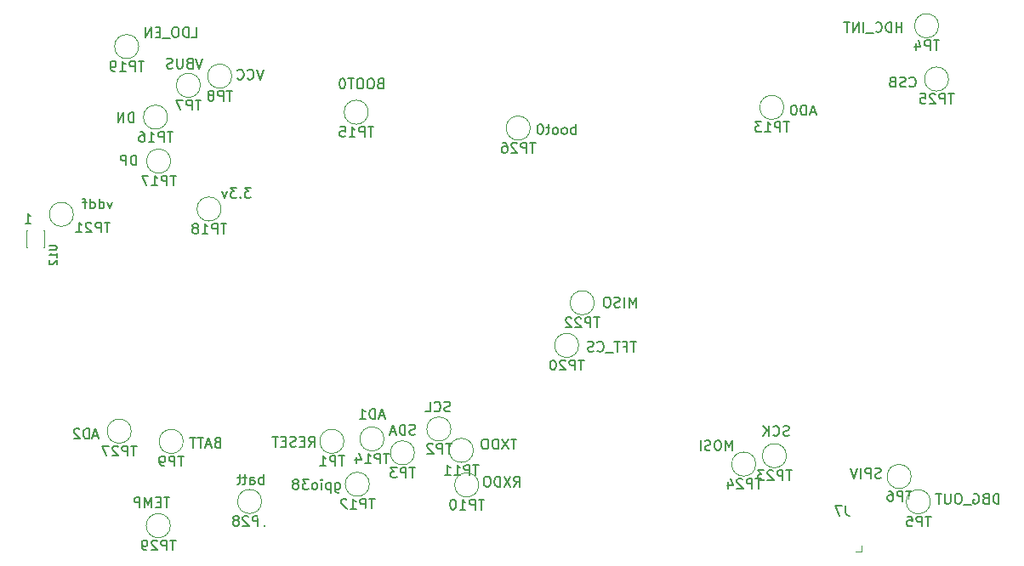
<source format=gbo>
%TF.GenerationSoftware,KiCad,Pcbnew,(5.1.10)-1*%
%TF.CreationDate,2021-07-15T23:48:19-07:00*%
%TF.ProjectId,esp32_sensor,65737033-325f-4736-956e-736f722e6b69,rev?*%
%TF.SameCoordinates,Original*%
%TF.FileFunction,Legend,Bot*%
%TF.FilePolarity,Positive*%
%FSLAX46Y46*%
G04 Gerber Fmt 4.6, Leading zero omitted, Abs format (unit mm)*
G04 Created by KiCad (PCBNEW (5.1.10)-1) date 2021-07-15 23:48:19*
%MOMM*%
%LPD*%
G01*
G04 APERTURE LIST*
%ADD10C,0.150000*%
%ADD11C,0.120000*%
%ADD12C,0.100000*%
%ADD13C,2.000000*%
%ADD14R,0.250000X1.050000*%
%ADD15R,0.250000X1.200000*%
%ADD16R,1.700000X1.700000*%
%ADD17O,1.700000X1.700000*%
%ADD18C,2.500000*%
%ADD19C,0.850000*%
%ADD20C,2.700000*%
%ADD21C,0.787400*%
%ADD22C,0.990600*%
%ADD23C,0.600000*%
%ADD24O,1.700000X0.900000*%
%ADD25O,2.000000X0.900000*%
G04 APERTURE END LIST*
D10*
X127321428Y-81402380D02*
X127321428Y-80402380D01*
X127083333Y-80402380D01*
X126940476Y-80450000D01*
X126845238Y-80545238D01*
X126797619Y-80640476D01*
X126750000Y-80830952D01*
X126750000Y-80973809D01*
X126797619Y-81164285D01*
X126845238Y-81259523D01*
X126940476Y-81354761D01*
X127083333Y-81402380D01*
X127321428Y-81402380D01*
X125988095Y-80878571D02*
X125845238Y-80926190D01*
X125797619Y-80973809D01*
X125750000Y-81069047D01*
X125750000Y-81211904D01*
X125797619Y-81307142D01*
X125845238Y-81354761D01*
X125940476Y-81402380D01*
X126321428Y-81402380D01*
X126321428Y-80402380D01*
X125988095Y-80402380D01*
X125892857Y-80450000D01*
X125845238Y-80497619D01*
X125797619Y-80592857D01*
X125797619Y-80688095D01*
X125845238Y-80783333D01*
X125892857Y-80830952D01*
X125988095Y-80878571D01*
X126321428Y-80878571D01*
X124797619Y-80450000D02*
X124892857Y-80402380D01*
X125035714Y-80402380D01*
X125178571Y-80450000D01*
X125273809Y-80545238D01*
X125321428Y-80640476D01*
X125369047Y-80830952D01*
X125369047Y-80973809D01*
X125321428Y-81164285D01*
X125273809Y-81259523D01*
X125178571Y-81354761D01*
X125035714Y-81402380D01*
X124940476Y-81402380D01*
X124797619Y-81354761D01*
X124750000Y-81307142D01*
X124750000Y-80973809D01*
X124940476Y-80973809D01*
X124559523Y-81497619D02*
X123797619Y-81497619D01*
X123369047Y-80402380D02*
X123178571Y-80402380D01*
X123083333Y-80450000D01*
X122988095Y-80545238D01*
X122940476Y-80735714D01*
X122940476Y-81069047D01*
X122988095Y-81259523D01*
X123083333Y-81354761D01*
X123178571Y-81402380D01*
X123369047Y-81402380D01*
X123464285Y-81354761D01*
X123559523Y-81259523D01*
X123607142Y-81069047D01*
X123607142Y-80735714D01*
X123559523Y-80545238D01*
X123464285Y-80450000D01*
X123369047Y-80402380D01*
X122511904Y-80402380D02*
X122511904Y-81211904D01*
X122464285Y-81307142D01*
X122416666Y-81354761D01*
X122321428Y-81402380D01*
X122130952Y-81402380D01*
X122035714Y-81354761D01*
X121988095Y-81307142D01*
X121940476Y-81211904D01*
X121940476Y-80402380D01*
X121607142Y-80402380D02*
X121035714Y-80402380D01*
X121321428Y-81402380D02*
X121321428Y-80402380D01*
X115562380Y-78804761D02*
X115419523Y-78852380D01*
X115181428Y-78852380D01*
X115086190Y-78804761D01*
X115038571Y-78757142D01*
X114990952Y-78661904D01*
X114990952Y-78566666D01*
X115038571Y-78471428D01*
X115086190Y-78423809D01*
X115181428Y-78376190D01*
X115371904Y-78328571D01*
X115467142Y-78280952D01*
X115514761Y-78233333D01*
X115562380Y-78138095D01*
X115562380Y-78042857D01*
X115514761Y-77947619D01*
X115467142Y-77900000D01*
X115371904Y-77852380D01*
X115133809Y-77852380D01*
X114990952Y-77900000D01*
X114562380Y-78852380D02*
X114562380Y-77852380D01*
X114181428Y-77852380D01*
X114086190Y-77900000D01*
X114038571Y-77947619D01*
X113990952Y-78042857D01*
X113990952Y-78185714D01*
X114038571Y-78280952D01*
X114086190Y-78328571D01*
X114181428Y-78376190D01*
X114562380Y-78376190D01*
X113562380Y-78852380D02*
X113562380Y-77852380D01*
X113229047Y-77852380D02*
X112895714Y-78852380D01*
X112562380Y-77852380D01*
X106425714Y-74594761D02*
X106282857Y-74642380D01*
X106044761Y-74642380D01*
X105949523Y-74594761D01*
X105901904Y-74547142D01*
X105854285Y-74451904D01*
X105854285Y-74356666D01*
X105901904Y-74261428D01*
X105949523Y-74213809D01*
X106044761Y-74166190D01*
X106235238Y-74118571D01*
X106330476Y-74070952D01*
X106378095Y-74023333D01*
X106425714Y-73928095D01*
X106425714Y-73832857D01*
X106378095Y-73737619D01*
X106330476Y-73690000D01*
X106235238Y-73642380D01*
X105997142Y-73642380D01*
X105854285Y-73690000D01*
X104854285Y-74547142D02*
X104901904Y-74594761D01*
X105044761Y-74642380D01*
X105140000Y-74642380D01*
X105282857Y-74594761D01*
X105378095Y-74499523D01*
X105425714Y-74404285D01*
X105473333Y-74213809D01*
X105473333Y-74070952D01*
X105425714Y-73880476D01*
X105378095Y-73785238D01*
X105282857Y-73690000D01*
X105140000Y-73642380D01*
X105044761Y-73642380D01*
X104901904Y-73690000D01*
X104854285Y-73737619D01*
X104425714Y-74642380D02*
X104425714Y-73642380D01*
X103854285Y-74642380D02*
X104282857Y-74070952D01*
X103854285Y-73642380D02*
X104425714Y-74213809D01*
X100761428Y-76082380D02*
X100761428Y-75082380D01*
X100428095Y-75796666D01*
X100094761Y-75082380D01*
X100094761Y-76082380D01*
X99428095Y-75082380D02*
X99237619Y-75082380D01*
X99142380Y-75130000D01*
X99047142Y-75225238D01*
X98999523Y-75415714D01*
X98999523Y-75749047D01*
X99047142Y-75939523D01*
X99142380Y-76034761D01*
X99237619Y-76082380D01*
X99428095Y-76082380D01*
X99523333Y-76034761D01*
X99618571Y-75939523D01*
X99666190Y-75749047D01*
X99666190Y-75415714D01*
X99618571Y-75225238D01*
X99523333Y-75130000D01*
X99428095Y-75082380D01*
X98618571Y-76034761D02*
X98475714Y-76082380D01*
X98237619Y-76082380D01*
X98142380Y-76034761D01*
X98094761Y-75987142D01*
X98047142Y-75891904D01*
X98047142Y-75796666D01*
X98094761Y-75701428D01*
X98142380Y-75653809D01*
X98237619Y-75606190D01*
X98428095Y-75558571D01*
X98523333Y-75510952D01*
X98570952Y-75463333D01*
X98618571Y-75368095D01*
X98618571Y-75272857D01*
X98570952Y-75177619D01*
X98523333Y-75130000D01*
X98428095Y-75082380D01*
X98190000Y-75082380D01*
X98047142Y-75130000D01*
X97618571Y-76082380D02*
X97618571Y-75082380D01*
X79050476Y-79702380D02*
X79383809Y-79226190D01*
X79621904Y-79702380D02*
X79621904Y-78702380D01*
X79240952Y-78702380D01*
X79145714Y-78750000D01*
X79098095Y-78797619D01*
X79050476Y-78892857D01*
X79050476Y-79035714D01*
X79098095Y-79130952D01*
X79145714Y-79178571D01*
X79240952Y-79226190D01*
X79621904Y-79226190D01*
X78717142Y-78702380D02*
X78050476Y-79702380D01*
X78050476Y-78702380D02*
X78717142Y-79702380D01*
X77669523Y-79702380D02*
X77669523Y-78702380D01*
X77431428Y-78702380D01*
X77288571Y-78750000D01*
X77193333Y-78845238D01*
X77145714Y-78940476D01*
X77098095Y-79130952D01*
X77098095Y-79273809D01*
X77145714Y-79464285D01*
X77193333Y-79559523D01*
X77288571Y-79654761D01*
X77431428Y-79702380D01*
X77669523Y-79702380D01*
X76479047Y-78702380D02*
X76288571Y-78702380D01*
X76193333Y-78750000D01*
X76098095Y-78845238D01*
X76050476Y-79035714D01*
X76050476Y-79369047D01*
X76098095Y-79559523D01*
X76193333Y-79654761D01*
X76288571Y-79702380D01*
X76479047Y-79702380D01*
X76574285Y-79654761D01*
X76669523Y-79559523D01*
X76717142Y-79369047D01*
X76717142Y-79035714D01*
X76669523Y-78845238D01*
X76574285Y-78750000D01*
X76479047Y-78702380D01*
X79315714Y-74952380D02*
X78744285Y-74952380D01*
X79029999Y-75952380D02*
X79029999Y-74952380D01*
X78506190Y-74952380D02*
X77839523Y-75952380D01*
X77839523Y-74952380D02*
X78506190Y-75952380D01*
X77458571Y-75952380D02*
X77458571Y-74952380D01*
X77220476Y-74952380D01*
X77077619Y-75000000D01*
X76982380Y-75095238D01*
X76934761Y-75190476D01*
X76887142Y-75380952D01*
X76887142Y-75523809D01*
X76934761Y-75714285D01*
X76982380Y-75809523D01*
X77077619Y-75904761D01*
X77220476Y-75952380D01*
X77458571Y-75952380D01*
X76268095Y-74952380D02*
X76077619Y-74952380D01*
X75982380Y-75000000D01*
X75887142Y-75095238D01*
X75839523Y-75285714D01*
X75839523Y-75619047D01*
X75887142Y-75809523D01*
X75982380Y-75904761D01*
X76077619Y-75952380D01*
X76268095Y-75952380D01*
X76363333Y-75904761D01*
X76458571Y-75809523D01*
X76506190Y-75619047D01*
X76506190Y-75285714D01*
X76458571Y-75095238D01*
X76363333Y-75000000D01*
X76268095Y-74952380D01*
X72690476Y-72184761D02*
X72547619Y-72232380D01*
X72309523Y-72232380D01*
X72214285Y-72184761D01*
X72166666Y-72137142D01*
X72119047Y-72041904D01*
X72119047Y-71946666D01*
X72166666Y-71851428D01*
X72214285Y-71803809D01*
X72309523Y-71756190D01*
X72500000Y-71708571D01*
X72595238Y-71660952D01*
X72642857Y-71613333D01*
X72690476Y-71518095D01*
X72690476Y-71422857D01*
X72642857Y-71327619D01*
X72595238Y-71280000D01*
X72500000Y-71232380D01*
X72261904Y-71232380D01*
X72119047Y-71280000D01*
X71119047Y-72137142D02*
X71166666Y-72184761D01*
X71309523Y-72232380D01*
X71404761Y-72232380D01*
X71547619Y-72184761D01*
X71642857Y-72089523D01*
X71690476Y-71994285D01*
X71738095Y-71803809D01*
X71738095Y-71660952D01*
X71690476Y-71470476D01*
X71642857Y-71375238D01*
X71547619Y-71280000D01*
X71404761Y-71232380D01*
X71309523Y-71232380D01*
X71166666Y-71280000D01*
X71119047Y-71327619D01*
X70214285Y-72232380D02*
X70690476Y-72232380D01*
X70690476Y-71232380D01*
X69204285Y-74484761D02*
X69061428Y-74532380D01*
X68823333Y-74532380D01*
X68728095Y-74484761D01*
X68680476Y-74437142D01*
X68632857Y-74341904D01*
X68632857Y-74246666D01*
X68680476Y-74151428D01*
X68728095Y-74103809D01*
X68823333Y-74056190D01*
X69013809Y-74008571D01*
X69109047Y-73960952D01*
X69156666Y-73913333D01*
X69204285Y-73818095D01*
X69204285Y-73722857D01*
X69156666Y-73627619D01*
X69109047Y-73580000D01*
X69013809Y-73532380D01*
X68775714Y-73532380D01*
X68632857Y-73580000D01*
X68204285Y-74532380D02*
X68204285Y-73532380D01*
X67966190Y-73532380D01*
X67823333Y-73580000D01*
X67728095Y-73675238D01*
X67680476Y-73770476D01*
X67632857Y-73960952D01*
X67632857Y-74103809D01*
X67680476Y-74294285D01*
X67728095Y-74389523D01*
X67823333Y-74484761D01*
X67966190Y-74532380D01*
X68204285Y-74532380D01*
X67251904Y-74246666D02*
X66775714Y-74246666D01*
X67347142Y-74532380D02*
X67013809Y-73532380D01*
X66680476Y-74532380D01*
X61270952Y-79315714D02*
X61270952Y-80125238D01*
X61318571Y-80220476D01*
X61366190Y-80268095D01*
X61461428Y-80315714D01*
X61604285Y-80315714D01*
X61699523Y-80268095D01*
X61270952Y-79934761D02*
X61366190Y-79982380D01*
X61556666Y-79982380D01*
X61651904Y-79934761D01*
X61699523Y-79887142D01*
X61747142Y-79791904D01*
X61747142Y-79506190D01*
X61699523Y-79410952D01*
X61651904Y-79363333D01*
X61556666Y-79315714D01*
X61366190Y-79315714D01*
X61270952Y-79363333D01*
X60794761Y-79315714D02*
X60794761Y-80315714D01*
X60794761Y-79363333D02*
X60699523Y-79315714D01*
X60509047Y-79315714D01*
X60413809Y-79363333D01*
X60366190Y-79410952D01*
X60318571Y-79506190D01*
X60318571Y-79791904D01*
X60366190Y-79887142D01*
X60413809Y-79934761D01*
X60509047Y-79982380D01*
X60699523Y-79982380D01*
X60794761Y-79934761D01*
X59890000Y-79982380D02*
X59890000Y-79315714D01*
X59890000Y-78982380D02*
X59937619Y-79030000D01*
X59890000Y-79077619D01*
X59842380Y-79030000D01*
X59890000Y-78982380D01*
X59890000Y-79077619D01*
X59270952Y-79982380D02*
X59366190Y-79934761D01*
X59413809Y-79887142D01*
X59461428Y-79791904D01*
X59461428Y-79506190D01*
X59413809Y-79410952D01*
X59366190Y-79363333D01*
X59270952Y-79315714D01*
X59128095Y-79315714D01*
X59032857Y-79363333D01*
X58985238Y-79410952D01*
X58937619Y-79506190D01*
X58937619Y-79791904D01*
X58985238Y-79887142D01*
X59032857Y-79934761D01*
X59128095Y-79982380D01*
X59270952Y-79982380D01*
X58604285Y-78982380D02*
X57985238Y-78982380D01*
X58318571Y-79363333D01*
X58175714Y-79363333D01*
X58080476Y-79410952D01*
X58032857Y-79458571D01*
X57985238Y-79553809D01*
X57985238Y-79791904D01*
X58032857Y-79887142D01*
X58080476Y-79934761D01*
X58175714Y-79982380D01*
X58461428Y-79982380D01*
X58556666Y-79934761D01*
X58604285Y-79887142D01*
X57413809Y-79410952D02*
X57509047Y-79363333D01*
X57556666Y-79315714D01*
X57604285Y-79220476D01*
X57604285Y-79172857D01*
X57556666Y-79077619D01*
X57509047Y-79030000D01*
X57413809Y-78982380D01*
X57223333Y-78982380D01*
X57128095Y-79030000D01*
X57080476Y-79077619D01*
X57032857Y-79172857D01*
X57032857Y-79220476D01*
X57080476Y-79315714D01*
X57128095Y-79363333D01*
X57223333Y-79410952D01*
X57413809Y-79410952D01*
X57509047Y-79458571D01*
X57556666Y-79506190D01*
X57604285Y-79601428D01*
X57604285Y-79791904D01*
X57556666Y-79887142D01*
X57509047Y-79934761D01*
X57413809Y-79982380D01*
X57223333Y-79982380D01*
X57128095Y-79934761D01*
X57080476Y-79887142D01*
X57032857Y-79791904D01*
X57032857Y-79601428D01*
X57080476Y-79506190D01*
X57128095Y-79458571D01*
X57223333Y-79410952D01*
X66114285Y-72656666D02*
X65638095Y-72656666D01*
X66209523Y-72942380D02*
X65876190Y-71942380D01*
X65542857Y-72942380D01*
X65209523Y-72942380D02*
X65209523Y-71942380D01*
X64971428Y-71942380D01*
X64828571Y-71990000D01*
X64733333Y-72085238D01*
X64685714Y-72180476D01*
X64638095Y-72370952D01*
X64638095Y-72513809D01*
X64685714Y-72704285D01*
X64733333Y-72799523D01*
X64828571Y-72894761D01*
X64971428Y-72942380D01*
X65209523Y-72942380D01*
X63685714Y-72942380D02*
X64257142Y-72942380D01*
X63971428Y-72942380D02*
X63971428Y-71942380D01*
X64066666Y-72085238D01*
X64161904Y-72180476D01*
X64257142Y-72228095D01*
X58622380Y-75722380D02*
X58955714Y-75246190D01*
X59193809Y-75722380D02*
X59193809Y-74722380D01*
X58812857Y-74722380D01*
X58717619Y-74770000D01*
X58670000Y-74817619D01*
X58622380Y-74912857D01*
X58622380Y-75055714D01*
X58670000Y-75150952D01*
X58717619Y-75198571D01*
X58812857Y-75246190D01*
X59193809Y-75246190D01*
X58193809Y-75198571D02*
X57860476Y-75198571D01*
X57717619Y-75722380D02*
X58193809Y-75722380D01*
X58193809Y-74722380D01*
X57717619Y-74722380D01*
X57336666Y-75674761D02*
X57193809Y-75722380D01*
X56955714Y-75722380D01*
X56860476Y-75674761D01*
X56812857Y-75627142D01*
X56765238Y-75531904D01*
X56765238Y-75436666D01*
X56812857Y-75341428D01*
X56860476Y-75293809D01*
X56955714Y-75246190D01*
X57146190Y-75198571D01*
X57241428Y-75150952D01*
X57289047Y-75103333D01*
X57336666Y-75008095D01*
X57336666Y-74912857D01*
X57289047Y-74817619D01*
X57241428Y-74770000D01*
X57146190Y-74722380D01*
X56908095Y-74722380D01*
X56765238Y-74770000D01*
X56336666Y-75198571D02*
X56003333Y-75198571D01*
X55860476Y-75722380D02*
X56336666Y-75722380D01*
X56336666Y-74722380D01*
X55860476Y-74722380D01*
X55574761Y-74722380D02*
X55003333Y-74722380D01*
X55289047Y-75722380D02*
X55289047Y-74722380D01*
X54098095Y-79462380D02*
X54098095Y-78462380D01*
X54098095Y-78843333D02*
X54002857Y-78795714D01*
X53812380Y-78795714D01*
X53717142Y-78843333D01*
X53669523Y-78890952D01*
X53621904Y-78986190D01*
X53621904Y-79271904D01*
X53669523Y-79367142D01*
X53717142Y-79414761D01*
X53812380Y-79462380D01*
X54002857Y-79462380D01*
X54098095Y-79414761D01*
X52764761Y-79462380D02*
X52764761Y-78938571D01*
X52812380Y-78843333D01*
X52907619Y-78795714D01*
X53098095Y-78795714D01*
X53193333Y-78843333D01*
X52764761Y-79414761D02*
X52860000Y-79462380D01*
X53098095Y-79462380D01*
X53193333Y-79414761D01*
X53240952Y-79319523D01*
X53240952Y-79224285D01*
X53193333Y-79129047D01*
X53098095Y-79081428D01*
X52860000Y-79081428D01*
X52764761Y-79033809D01*
X52431428Y-78795714D02*
X52050476Y-78795714D01*
X52288571Y-78462380D02*
X52288571Y-79319523D01*
X52240952Y-79414761D01*
X52145714Y-79462380D01*
X52050476Y-79462380D01*
X51860000Y-78795714D02*
X51479047Y-78795714D01*
X51717142Y-78462380D02*
X51717142Y-79319523D01*
X51669523Y-79414761D01*
X51574285Y-79462380D01*
X51479047Y-79462380D01*
X44759523Y-80772380D02*
X44188095Y-80772380D01*
X44473809Y-81772380D02*
X44473809Y-80772380D01*
X43854761Y-81248571D02*
X43521428Y-81248571D01*
X43378571Y-81772380D02*
X43854761Y-81772380D01*
X43854761Y-80772380D01*
X43378571Y-80772380D01*
X42950000Y-81772380D02*
X42950000Y-80772380D01*
X42616666Y-81486666D01*
X42283333Y-80772380D01*
X42283333Y-81772380D01*
X41807142Y-81772380D02*
X41807142Y-80772380D01*
X41426190Y-80772380D01*
X41330952Y-80820000D01*
X41283333Y-80867619D01*
X41235714Y-80962857D01*
X41235714Y-81105714D01*
X41283333Y-81200952D01*
X41330952Y-81248571D01*
X41426190Y-81296190D01*
X41807142Y-81296190D01*
X49499047Y-75288571D02*
X49356190Y-75336190D01*
X49308571Y-75383809D01*
X49260952Y-75479047D01*
X49260952Y-75621904D01*
X49308571Y-75717142D01*
X49356190Y-75764761D01*
X49451428Y-75812380D01*
X49832380Y-75812380D01*
X49832380Y-74812380D01*
X49499047Y-74812380D01*
X49403809Y-74860000D01*
X49356190Y-74907619D01*
X49308571Y-75002857D01*
X49308571Y-75098095D01*
X49356190Y-75193333D01*
X49403809Y-75240952D01*
X49499047Y-75288571D01*
X49832380Y-75288571D01*
X48880000Y-75526666D02*
X48403809Y-75526666D01*
X48975238Y-75812380D02*
X48641904Y-74812380D01*
X48308571Y-75812380D01*
X48118095Y-74812380D02*
X47546666Y-74812380D01*
X47832380Y-75812380D02*
X47832380Y-74812380D01*
X47356190Y-74812380D02*
X46784761Y-74812380D01*
X47070476Y-75812380D02*
X47070476Y-74812380D01*
X37634285Y-74636666D02*
X37158095Y-74636666D01*
X37729523Y-74922380D02*
X37396190Y-73922380D01*
X37062857Y-74922380D01*
X36729523Y-74922380D02*
X36729523Y-73922380D01*
X36491428Y-73922380D01*
X36348571Y-73970000D01*
X36253333Y-74065238D01*
X36205714Y-74160476D01*
X36158095Y-74350952D01*
X36158095Y-74493809D01*
X36205714Y-74684285D01*
X36253333Y-74779523D01*
X36348571Y-74874761D01*
X36491428Y-74922380D01*
X36729523Y-74922380D01*
X35777142Y-74017619D02*
X35729523Y-73970000D01*
X35634285Y-73922380D01*
X35396190Y-73922380D01*
X35300952Y-73970000D01*
X35253333Y-74017619D01*
X35205714Y-74112857D01*
X35205714Y-74208095D01*
X35253333Y-74350952D01*
X35824761Y-74922380D01*
X35205714Y-74922380D01*
X91212380Y-65252380D02*
X90640952Y-65252380D01*
X90926666Y-66252380D02*
X90926666Y-65252380D01*
X89974285Y-65728571D02*
X90307619Y-65728571D01*
X90307619Y-66252380D02*
X90307619Y-65252380D01*
X89831428Y-65252380D01*
X89593333Y-65252380D02*
X89021904Y-65252380D01*
X89307619Y-66252380D02*
X89307619Y-65252380D01*
X88926666Y-66347619D02*
X88164761Y-66347619D01*
X87355238Y-66157142D02*
X87402857Y-66204761D01*
X87545714Y-66252380D01*
X87640952Y-66252380D01*
X87783809Y-66204761D01*
X87879047Y-66109523D01*
X87926666Y-66014285D01*
X87974285Y-65823809D01*
X87974285Y-65680952D01*
X87926666Y-65490476D01*
X87879047Y-65395238D01*
X87783809Y-65300000D01*
X87640952Y-65252380D01*
X87545714Y-65252380D01*
X87402857Y-65300000D01*
X87355238Y-65347619D01*
X86974285Y-66204761D02*
X86831428Y-66252380D01*
X86593333Y-66252380D01*
X86498095Y-66204761D01*
X86450476Y-66157142D01*
X86402857Y-66061904D01*
X86402857Y-65966666D01*
X86450476Y-65871428D01*
X86498095Y-65823809D01*
X86593333Y-65776190D01*
X86783809Y-65728571D01*
X86879047Y-65680952D01*
X86926666Y-65633333D01*
X86974285Y-65538095D01*
X86974285Y-65442857D01*
X86926666Y-65347619D01*
X86879047Y-65300000D01*
X86783809Y-65252380D01*
X86545714Y-65252380D01*
X86402857Y-65300000D01*
X91171428Y-61832380D02*
X91171428Y-60832380D01*
X90838095Y-61546666D01*
X90504761Y-60832380D01*
X90504761Y-61832380D01*
X90028571Y-61832380D02*
X90028571Y-60832380D01*
X89600000Y-61784761D02*
X89457142Y-61832380D01*
X89219047Y-61832380D01*
X89123809Y-61784761D01*
X89076190Y-61737142D01*
X89028571Y-61641904D01*
X89028571Y-61546666D01*
X89076190Y-61451428D01*
X89123809Y-61403809D01*
X89219047Y-61356190D01*
X89409523Y-61308571D01*
X89504761Y-61260952D01*
X89552380Y-61213333D01*
X89600000Y-61118095D01*
X89600000Y-61022857D01*
X89552380Y-60927619D01*
X89504761Y-60880000D01*
X89409523Y-60832380D01*
X89171428Y-60832380D01*
X89028571Y-60880000D01*
X88409523Y-60832380D02*
X88219047Y-60832380D01*
X88123809Y-60880000D01*
X88028571Y-60975238D01*
X87980952Y-61165714D01*
X87980952Y-61499047D01*
X88028571Y-61689523D01*
X88123809Y-61784761D01*
X88219047Y-61832380D01*
X88409523Y-61832380D01*
X88504761Y-61784761D01*
X88600000Y-61689523D01*
X88647619Y-61499047D01*
X88647619Y-61165714D01*
X88600000Y-60975238D01*
X88504761Y-60880000D01*
X88409523Y-60832380D01*
X118426666Y-39797142D02*
X118474285Y-39844761D01*
X118617142Y-39892380D01*
X118712380Y-39892380D01*
X118855238Y-39844761D01*
X118950476Y-39749523D01*
X118998095Y-39654285D01*
X119045714Y-39463809D01*
X119045714Y-39320952D01*
X118998095Y-39130476D01*
X118950476Y-39035238D01*
X118855238Y-38940000D01*
X118712380Y-38892380D01*
X118617142Y-38892380D01*
X118474285Y-38940000D01*
X118426666Y-38987619D01*
X118045714Y-39844761D02*
X117902857Y-39892380D01*
X117664761Y-39892380D01*
X117569523Y-39844761D01*
X117521904Y-39797142D01*
X117474285Y-39701904D01*
X117474285Y-39606666D01*
X117521904Y-39511428D01*
X117569523Y-39463809D01*
X117664761Y-39416190D01*
X117855238Y-39368571D01*
X117950476Y-39320952D01*
X117998095Y-39273333D01*
X118045714Y-39178095D01*
X118045714Y-39082857D01*
X117998095Y-38987619D01*
X117950476Y-38940000D01*
X117855238Y-38892380D01*
X117617142Y-38892380D01*
X117474285Y-38940000D01*
X116712380Y-39368571D02*
X116569523Y-39416190D01*
X116521904Y-39463809D01*
X116474285Y-39559047D01*
X116474285Y-39701904D01*
X116521904Y-39797142D01*
X116569523Y-39844761D01*
X116664761Y-39892380D01*
X117045714Y-39892380D01*
X117045714Y-38892380D01*
X116712380Y-38892380D01*
X116617142Y-38940000D01*
X116569523Y-38987619D01*
X116521904Y-39082857D01*
X116521904Y-39178095D01*
X116569523Y-39273333D01*
X116617142Y-39320952D01*
X116712380Y-39368571D01*
X117045714Y-39368571D01*
X117669523Y-34422380D02*
X117669523Y-33422380D01*
X117669523Y-33898571D02*
X117098095Y-33898571D01*
X117098095Y-34422380D02*
X117098095Y-33422380D01*
X116621904Y-34422380D02*
X116621904Y-33422380D01*
X116383809Y-33422380D01*
X116240952Y-33470000D01*
X116145714Y-33565238D01*
X116098095Y-33660476D01*
X116050476Y-33850952D01*
X116050476Y-33993809D01*
X116098095Y-34184285D01*
X116145714Y-34279523D01*
X116240952Y-34374761D01*
X116383809Y-34422380D01*
X116621904Y-34422380D01*
X115050476Y-34327142D02*
X115098095Y-34374761D01*
X115240952Y-34422380D01*
X115336190Y-34422380D01*
X115479047Y-34374761D01*
X115574285Y-34279523D01*
X115621904Y-34184285D01*
X115669523Y-33993809D01*
X115669523Y-33850952D01*
X115621904Y-33660476D01*
X115574285Y-33565238D01*
X115479047Y-33470000D01*
X115336190Y-33422380D01*
X115240952Y-33422380D01*
X115098095Y-33470000D01*
X115050476Y-33517619D01*
X114860000Y-34517619D02*
X114098095Y-34517619D01*
X113860000Y-34422380D02*
X113860000Y-33422380D01*
X113383809Y-34422380D02*
X113383809Y-33422380D01*
X112812380Y-34422380D01*
X112812380Y-33422380D01*
X112479047Y-33422380D02*
X111907619Y-33422380D01*
X112193333Y-34422380D02*
X112193333Y-33422380D01*
X109044285Y-42396666D02*
X108568095Y-42396666D01*
X109139523Y-42682380D02*
X108806190Y-41682380D01*
X108472857Y-42682380D01*
X108139523Y-42682380D02*
X108139523Y-41682380D01*
X107901428Y-41682380D01*
X107758571Y-41730000D01*
X107663333Y-41825238D01*
X107615714Y-41920476D01*
X107568095Y-42110952D01*
X107568095Y-42253809D01*
X107615714Y-42444285D01*
X107663333Y-42539523D01*
X107758571Y-42634761D01*
X107901428Y-42682380D01*
X108139523Y-42682380D01*
X106949047Y-41682380D02*
X106853809Y-41682380D01*
X106758571Y-41730000D01*
X106710952Y-41777619D01*
X106663333Y-41872857D01*
X106615714Y-42063333D01*
X106615714Y-42301428D01*
X106663333Y-42491904D01*
X106710952Y-42587142D01*
X106758571Y-42634761D01*
X106853809Y-42682380D01*
X106949047Y-42682380D01*
X107044285Y-42634761D01*
X107091904Y-42587142D01*
X107139523Y-42491904D01*
X107187142Y-42301428D01*
X107187142Y-42063333D01*
X107139523Y-41872857D01*
X107091904Y-41777619D01*
X107044285Y-41730000D01*
X106949047Y-41682380D01*
X85180952Y-44592380D02*
X85180952Y-43592380D01*
X85180952Y-43973333D02*
X85085714Y-43925714D01*
X84895238Y-43925714D01*
X84800000Y-43973333D01*
X84752380Y-44020952D01*
X84704761Y-44116190D01*
X84704761Y-44401904D01*
X84752380Y-44497142D01*
X84800000Y-44544761D01*
X84895238Y-44592380D01*
X85085714Y-44592380D01*
X85180952Y-44544761D01*
X84133333Y-44592380D02*
X84228571Y-44544761D01*
X84276190Y-44497142D01*
X84323809Y-44401904D01*
X84323809Y-44116190D01*
X84276190Y-44020952D01*
X84228571Y-43973333D01*
X84133333Y-43925714D01*
X83990476Y-43925714D01*
X83895238Y-43973333D01*
X83847619Y-44020952D01*
X83800000Y-44116190D01*
X83800000Y-44401904D01*
X83847619Y-44497142D01*
X83895238Y-44544761D01*
X83990476Y-44592380D01*
X84133333Y-44592380D01*
X83228571Y-44592380D02*
X83323809Y-44544761D01*
X83371428Y-44497142D01*
X83419047Y-44401904D01*
X83419047Y-44116190D01*
X83371428Y-44020952D01*
X83323809Y-43973333D01*
X83228571Y-43925714D01*
X83085714Y-43925714D01*
X82990476Y-43973333D01*
X82942857Y-44020952D01*
X82895238Y-44116190D01*
X82895238Y-44401904D01*
X82942857Y-44497142D01*
X82990476Y-44544761D01*
X83085714Y-44592380D01*
X83228571Y-44592380D01*
X82609523Y-43925714D02*
X82228571Y-43925714D01*
X82466666Y-43592380D02*
X82466666Y-44449523D01*
X82419047Y-44544761D01*
X82323809Y-44592380D01*
X82228571Y-44592380D01*
X81704761Y-43592380D02*
X81609523Y-43592380D01*
X81514285Y-43640000D01*
X81466666Y-43687619D01*
X81419047Y-43782857D01*
X81371428Y-43973333D01*
X81371428Y-44211428D01*
X81419047Y-44401904D01*
X81466666Y-44497142D01*
X81514285Y-44544761D01*
X81609523Y-44592380D01*
X81704761Y-44592380D01*
X81800000Y-44544761D01*
X81847619Y-44497142D01*
X81895238Y-44401904D01*
X81942857Y-44211428D01*
X81942857Y-43973333D01*
X81895238Y-43782857D01*
X81847619Y-43687619D01*
X81800000Y-43640000D01*
X81704761Y-43592380D01*
X30384285Y-53482380D02*
X30955714Y-53482380D01*
X30670000Y-53482380D02*
X30670000Y-52482380D01*
X30765238Y-52625238D01*
X30860476Y-52720476D01*
X30955714Y-52768095D01*
X39038571Y-51335714D02*
X38800476Y-52002380D01*
X38562380Y-51335714D01*
X37752857Y-52002380D02*
X37752857Y-51002380D01*
X37752857Y-51954761D02*
X37848095Y-52002380D01*
X38038571Y-52002380D01*
X38133809Y-51954761D01*
X38181428Y-51907142D01*
X38229047Y-51811904D01*
X38229047Y-51526190D01*
X38181428Y-51430952D01*
X38133809Y-51383333D01*
X38038571Y-51335714D01*
X37848095Y-51335714D01*
X37752857Y-51383333D01*
X36848095Y-52002380D02*
X36848095Y-51002380D01*
X36848095Y-51954761D02*
X36943333Y-52002380D01*
X37133809Y-52002380D01*
X37229047Y-51954761D01*
X37276666Y-51907142D01*
X37324285Y-51811904D01*
X37324285Y-51526190D01*
X37276666Y-51430952D01*
X37229047Y-51383333D01*
X37133809Y-51335714D01*
X36943333Y-51335714D01*
X36848095Y-51383333D01*
X36514761Y-51335714D02*
X36133809Y-51335714D01*
X36371904Y-52002380D02*
X36371904Y-51145238D01*
X36324285Y-51050000D01*
X36229047Y-51002380D01*
X36133809Y-51002380D01*
X52868571Y-49932380D02*
X52249523Y-49932380D01*
X52582857Y-50313333D01*
X52440000Y-50313333D01*
X52344761Y-50360952D01*
X52297142Y-50408571D01*
X52249523Y-50503809D01*
X52249523Y-50741904D01*
X52297142Y-50837142D01*
X52344761Y-50884761D01*
X52440000Y-50932380D01*
X52725714Y-50932380D01*
X52820952Y-50884761D01*
X52868571Y-50837142D01*
X51820952Y-50837142D02*
X51773333Y-50884761D01*
X51820952Y-50932380D01*
X51868571Y-50884761D01*
X51820952Y-50837142D01*
X51820952Y-50932380D01*
X51440000Y-49932380D02*
X50820952Y-49932380D01*
X51154285Y-50313333D01*
X51011428Y-50313333D01*
X50916190Y-50360952D01*
X50868571Y-50408571D01*
X50820952Y-50503809D01*
X50820952Y-50741904D01*
X50868571Y-50837142D01*
X50916190Y-50884761D01*
X51011428Y-50932380D01*
X51297142Y-50932380D01*
X51392380Y-50884761D01*
X51440000Y-50837142D01*
X50487619Y-50265714D02*
X50249523Y-50932380D01*
X50011428Y-50265714D01*
X41451904Y-47682380D02*
X41451904Y-46682380D01*
X41213809Y-46682380D01*
X41070952Y-46730000D01*
X40975714Y-46825238D01*
X40928095Y-46920476D01*
X40880476Y-47110952D01*
X40880476Y-47253809D01*
X40928095Y-47444285D01*
X40975714Y-47539523D01*
X41070952Y-47634761D01*
X41213809Y-47682380D01*
X41451904Y-47682380D01*
X40451904Y-47682380D02*
X40451904Y-46682380D01*
X40070952Y-46682380D01*
X39975714Y-46730000D01*
X39928095Y-46777619D01*
X39880476Y-46872857D01*
X39880476Y-47015714D01*
X39928095Y-47110952D01*
X39975714Y-47158571D01*
X40070952Y-47206190D01*
X40451904Y-47206190D01*
X41195714Y-43432380D02*
X41195714Y-42432380D01*
X40957619Y-42432380D01*
X40814761Y-42480000D01*
X40719523Y-42575238D01*
X40671904Y-42670476D01*
X40624285Y-42860952D01*
X40624285Y-43003809D01*
X40671904Y-43194285D01*
X40719523Y-43289523D01*
X40814761Y-43384761D01*
X40957619Y-43432380D01*
X41195714Y-43432380D01*
X40195714Y-43432380D02*
X40195714Y-42432380D01*
X39624285Y-43432380D01*
X39624285Y-42432380D01*
X65733333Y-39528571D02*
X65590476Y-39576190D01*
X65542857Y-39623809D01*
X65495238Y-39719047D01*
X65495238Y-39861904D01*
X65542857Y-39957142D01*
X65590476Y-40004761D01*
X65685714Y-40052380D01*
X66066666Y-40052380D01*
X66066666Y-39052380D01*
X65733333Y-39052380D01*
X65638095Y-39100000D01*
X65590476Y-39147619D01*
X65542857Y-39242857D01*
X65542857Y-39338095D01*
X65590476Y-39433333D01*
X65638095Y-39480952D01*
X65733333Y-39528571D01*
X66066666Y-39528571D01*
X64876190Y-39052380D02*
X64685714Y-39052380D01*
X64590476Y-39100000D01*
X64495238Y-39195238D01*
X64447619Y-39385714D01*
X64447619Y-39719047D01*
X64495238Y-39909523D01*
X64590476Y-40004761D01*
X64685714Y-40052380D01*
X64876190Y-40052380D01*
X64971428Y-40004761D01*
X65066666Y-39909523D01*
X65114285Y-39719047D01*
X65114285Y-39385714D01*
X65066666Y-39195238D01*
X64971428Y-39100000D01*
X64876190Y-39052380D01*
X63828571Y-39052380D02*
X63638095Y-39052380D01*
X63542857Y-39100000D01*
X63447619Y-39195238D01*
X63400000Y-39385714D01*
X63400000Y-39719047D01*
X63447619Y-39909523D01*
X63542857Y-40004761D01*
X63638095Y-40052380D01*
X63828571Y-40052380D01*
X63923809Y-40004761D01*
X64019047Y-39909523D01*
X64066666Y-39719047D01*
X64066666Y-39385714D01*
X64019047Y-39195238D01*
X63923809Y-39100000D01*
X63828571Y-39052380D01*
X63114285Y-39052380D02*
X62542857Y-39052380D01*
X62828571Y-40052380D02*
X62828571Y-39052380D01*
X62019047Y-39052380D02*
X61923809Y-39052380D01*
X61828571Y-39100000D01*
X61780952Y-39147619D01*
X61733333Y-39242857D01*
X61685714Y-39433333D01*
X61685714Y-39671428D01*
X61733333Y-39861904D01*
X61780952Y-39957142D01*
X61828571Y-40004761D01*
X61923809Y-40052380D01*
X62019047Y-40052380D01*
X62114285Y-40004761D01*
X62161904Y-39957142D01*
X62209523Y-39861904D01*
X62257142Y-39671428D01*
X62257142Y-39433333D01*
X62209523Y-39242857D01*
X62161904Y-39147619D01*
X62114285Y-39100000D01*
X62019047Y-39052380D01*
X48063333Y-37042380D02*
X47730000Y-38042380D01*
X47396666Y-37042380D01*
X46730000Y-37518571D02*
X46587142Y-37566190D01*
X46539523Y-37613809D01*
X46491904Y-37709047D01*
X46491904Y-37851904D01*
X46539523Y-37947142D01*
X46587142Y-37994761D01*
X46682380Y-38042380D01*
X47063333Y-38042380D01*
X47063333Y-37042380D01*
X46730000Y-37042380D01*
X46634761Y-37090000D01*
X46587142Y-37137619D01*
X46539523Y-37232857D01*
X46539523Y-37328095D01*
X46587142Y-37423333D01*
X46634761Y-37470952D01*
X46730000Y-37518571D01*
X47063333Y-37518571D01*
X46063333Y-37042380D02*
X46063333Y-37851904D01*
X46015714Y-37947142D01*
X45968095Y-37994761D01*
X45872857Y-38042380D01*
X45682380Y-38042380D01*
X45587142Y-37994761D01*
X45539523Y-37947142D01*
X45491904Y-37851904D01*
X45491904Y-37042380D01*
X45063333Y-37994761D02*
X44920476Y-38042380D01*
X44682380Y-38042380D01*
X44587142Y-37994761D01*
X44539523Y-37947142D01*
X44491904Y-37851904D01*
X44491904Y-37756666D01*
X44539523Y-37661428D01*
X44587142Y-37613809D01*
X44682380Y-37566190D01*
X44872857Y-37518571D01*
X44968095Y-37470952D01*
X45015714Y-37423333D01*
X45063333Y-37328095D01*
X45063333Y-37232857D01*
X45015714Y-37137619D01*
X44968095Y-37090000D01*
X44872857Y-37042380D01*
X44634761Y-37042380D01*
X44491904Y-37090000D01*
X54093333Y-38142380D02*
X53760000Y-39142380D01*
X53426666Y-38142380D01*
X52521904Y-39047142D02*
X52569523Y-39094761D01*
X52712380Y-39142380D01*
X52807619Y-39142380D01*
X52950476Y-39094761D01*
X53045714Y-38999523D01*
X53093333Y-38904285D01*
X53140952Y-38713809D01*
X53140952Y-38570952D01*
X53093333Y-38380476D01*
X53045714Y-38285238D01*
X52950476Y-38190000D01*
X52807619Y-38142380D01*
X52712380Y-38142380D01*
X52569523Y-38190000D01*
X52521904Y-38237619D01*
X51521904Y-39047142D02*
X51569523Y-39094761D01*
X51712380Y-39142380D01*
X51807619Y-39142380D01*
X51950476Y-39094761D01*
X52045714Y-38999523D01*
X52093333Y-38904285D01*
X52140952Y-38713809D01*
X52140952Y-38570952D01*
X52093333Y-38380476D01*
X52045714Y-38285238D01*
X51950476Y-38190000D01*
X51807619Y-38142380D01*
X51712380Y-38142380D01*
X51569523Y-38190000D01*
X51521904Y-38237619D01*
X46971428Y-34922380D02*
X47447619Y-34922380D01*
X47447619Y-33922380D01*
X46638095Y-34922380D02*
X46638095Y-33922380D01*
X46400000Y-33922380D01*
X46257142Y-33970000D01*
X46161904Y-34065238D01*
X46114285Y-34160476D01*
X46066666Y-34350952D01*
X46066666Y-34493809D01*
X46114285Y-34684285D01*
X46161904Y-34779523D01*
X46257142Y-34874761D01*
X46400000Y-34922380D01*
X46638095Y-34922380D01*
X45447619Y-33922380D02*
X45257142Y-33922380D01*
X45161904Y-33970000D01*
X45066666Y-34065238D01*
X45019047Y-34255714D01*
X45019047Y-34589047D01*
X45066666Y-34779523D01*
X45161904Y-34874761D01*
X45257142Y-34922380D01*
X45447619Y-34922380D01*
X45542857Y-34874761D01*
X45638095Y-34779523D01*
X45685714Y-34589047D01*
X45685714Y-34255714D01*
X45638095Y-34065238D01*
X45542857Y-33970000D01*
X45447619Y-33922380D01*
X44828571Y-35017619D02*
X44066666Y-35017619D01*
X43828571Y-34398571D02*
X43495238Y-34398571D01*
X43352380Y-34922380D02*
X43828571Y-34922380D01*
X43828571Y-33922380D01*
X43352380Y-33922380D01*
X42923809Y-34922380D02*
X42923809Y-33922380D01*
X42352380Y-34922380D01*
X42352380Y-33922380D01*
D11*
%TO.C,TP21*%
X35190000Y-52570000D02*
G75*
G03*
X35190000Y-52570000I-1200000J0D01*
G01*
D12*
%TO.C,U12*%
X32210000Y-54160000D02*
X32310000Y-54160000D01*
X32310000Y-54160000D02*
X32310000Y-55860000D01*
X32310000Y-55860000D02*
X32210000Y-55860000D01*
X30610000Y-54160000D02*
X30510000Y-54160000D01*
X30510000Y-54160000D02*
X30510000Y-55860000D01*
X30510000Y-55860000D02*
X30610000Y-55860000D01*
D11*
%TO.C,TP29*%
X44840000Y-83590000D02*
G75*
G03*
X44840000Y-83590000I-1200000J0D01*
G01*
%TO.C,TP28*%
X53930000Y-81180000D02*
G75*
G03*
X53930000Y-81180000I-1200000J0D01*
G01*
%TO.C,TP27*%
X40950000Y-74180000D02*
G75*
G03*
X40950000Y-74180000I-1200000J0D01*
G01*
%TO.C,TP26*%
X80670000Y-43980000D02*
G75*
G03*
X80670000Y-43980000I-1200000J0D01*
G01*
%TO.C,TP25*%
X122310000Y-39100000D02*
G75*
G03*
X122310000Y-39100000I-1200000J0D01*
G01*
%TO.C,TP24*%
X103120000Y-77460000D02*
G75*
G03*
X103120000Y-77460000I-1200000J0D01*
G01*
%TO.C,TP23*%
X106170000Y-76620000D02*
G75*
G03*
X106170000Y-76620000I-1200000J0D01*
G01*
%TO.C,TP22*%
X87040000Y-61390000D02*
G75*
G03*
X87040000Y-61390000I-1200000J0D01*
G01*
%TO.C,TP20*%
X85490000Y-65630000D02*
G75*
G03*
X85490000Y-65630000I-1200000J0D01*
G01*
%TO.C,TP19*%
X41690000Y-35860000D02*
G75*
G03*
X41690000Y-35860000I-1200000J0D01*
G01*
%TO.C,TP18*%
X49890000Y-52040000D02*
G75*
G03*
X49890000Y-52040000I-1200000J0D01*
G01*
%TO.C,TP17*%
X44870000Y-47270000D02*
G75*
G03*
X44870000Y-47270000I-1200000J0D01*
G01*
%TO.C,TP16*%
X44560000Y-42890000D02*
G75*
G03*
X44560000Y-42890000I-1200000J0D01*
G01*
%TO.C,TP15*%
X64540000Y-42400000D02*
G75*
G03*
X64540000Y-42400000I-1200000J0D01*
G01*
%TO.C,TP14*%
X66110000Y-74950000D02*
G75*
G03*
X66110000Y-74950000I-1200000J0D01*
G01*
%TO.C,TP13*%
X105910000Y-41920000D02*
G75*
G03*
X105910000Y-41920000I-1200000J0D01*
G01*
%TO.C,TP12*%
X64650000Y-79470000D02*
G75*
G03*
X64650000Y-79470000I-1200000J0D01*
G01*
%TO.C,TP11*%
X75000000Y-76090000D02*
G75*
G03*
X75000000Y-76090000I-1200000J0D01*
G01*
%TO.C,TP10*%
X75540000Y-79530000D02*
G75*
G03*
X75540000Y-79530000I-1200000J0D01*
G01*
%TO.C,TP9*%
X46120000Y-75200000D02*
G75*
G03*
X46120000Y-75200000I-1200000J0D01*
G01*
%TO.C,TP8*%
X50950000Y-38810000D02*
G75*
G03*
X50950000Y-38810000I-1200000J0D01*
G01*
%TO.C,TP7*%
X47830000Y-39720000D02*
G75*
G03*
X47830000Y-39720000I-1200000J0D01*
G01*
%TO.C,TP6*%
X118590000Y-78690000D02*
G75*
G03*
X118590000Y-78690000I-1200000J0D01*
G01*
%TO.C,TP5*%
X120500000Y-81210000D02*
G75*
G03*
X120500000Y-81210000I-1200000J0D01*
G01*
%TO.C,TP4*%
X121320000Y-33790000D02*
G75*
G03*
X121320000Y-33790000I-1200000J0D01*
G01*
%TO.C,TP3*%
X69140000Y-76340000D02*
G75*
G03*
X69140000Y-76340000I-1200000J0D01*
G01*
%TO.C,TP2*%
X72770000Y-73960000D02*
G75*
G03*
X72770000Y-73960000I-1200000J0D01*
G01*
%TO.C,TP1*%
X62120000Y-75190000D02*
G75*
G03*
X62120000Y-75190000I-1200000J0D01*
G01*
%TO.C,J7*%
X113685000Y-86206000D02*
X113685000Y-85571000D01*
X113050000Y-86206000D02*
X113685000Y-86206000D01*
%TO.C,TP21*%
D10*
X38838095Y-53372380D02*
X38266666Y-53372380D01*
X38552380Y-54372380D02*
X38552380Y-53372380D01*
X37933333Y-54372380D02*
X37933333Y-53372380D01*
X37552380Y-53372380D01*
X37457142Y-53420000D01*
X37409523Y-53467619D01*
X37361904Y-53562857D01*
X37361904Y-53705714D01*
X37409523Y-53800952D01*
X37457142Y-53848571D01*
X37552380Y-53896190D01*
X37933333Y-53896190D01*
X36980952Y-53467619D02*
X36933333Y-53420000D01*
X36838095Y-53372380D01*
X36600000Y-53372380D01*
X36504761Y-53420000D01*
X36457142Y-53467619D01*
X36409523Y-53562857D01*
X36409523Y-53658095D01*
X36457142Y-53800952D01*
X37028571Y-54372380D01*
X36409523Y-54372380D01*
X35457142Y-54372380D02*
X36028571Y-54372380D01*
X35742857Y-54372380D02*
X35742857Y-53372380D01*
X35838095Y-53515238D01*
X35933333Y-53610476D01*
X36028571Y-53658095D01*
%TO.C,U12*%
X32789285Y-55691428D02*
X33396428Y-55691428D01*
X33467857Y-55727142D01*
X33503571Y-55762857D01*
X33539285Y-55834285D01*
X33539285Y-55977142D01*
X33503571Y-56048571D01*
X33467857Y-56084285D01*
X33396428Y-56120000D01*
X32789285Y-56120000D01*
X33539285Y-56870000D02*
X33539285Y-56441428D01*
X33539285Y-56655714D02*
X32789285Y-56655714D01*
X32896428Y-56584285D01*
X32967857Y-56512857D01*
X33003571Y-56441428D01*
X32860714Y-57155714D02*
X32825000Y-57191428D01*
X32789285Y-57262857D01*
X32789285Y-57441428D01*
X32825000Y-57512857D01*
X32860714Y-57548571D01*
X32932142Y-57584285D01*
X33003571Y-57584285D01*
X33110714Y-57548571D01*
X33539285Y-57120000D01*
X33539285Y-57584285D01*
%TO.C,TP29*%
X45378095Y-85040380D02*
X44806666Y-85040380D01*
X45092380Y-86040380D02*
X45092380Y-85040380D01*
X44473333Y-86040380D02*
X44473333Y-85040380D01*
X44092380Y-85040380D01*
X43997142Y-85088000D01*
X43949523Y-85135619D01*
X43901904Y-85230857D01*
X43901904Y-85373714D01*
X43949523Y-85468952D01*
X43997142Y-85516571D01*
X44092380Y-85564190D01*
X44473333Y-85564190D01*
X43520952Y-85135619D02*
X43473333Y-85088000D01*
X43378095Y-85040380D01*
X43140000Y-85040380D01*
X43044761Y-85088000D01*
X42997142Y-85135619D01*
X42949523Y-85230857D01*
X42949523Y-85326095D01*
X42997142Y-85468952D01*
X43568571Y-86040380D01*
X42949523Y-86040380D01*
X42473333Y-86040380D02*
X42282857Y-86040380D01*
X42187619Y-85992761D01*
X42140000Y-85945142D01*
X42044761Y-85802285D01*
X41997142Y-85611809D01*
X41997142Y-85230857D01*
X42044761Y-85135619D01*
X42092380Y-85088000D01*
X42187619Y-85040380D01*
X42378095Y-85040380D01*
X42473333Y-85088000D01*
X42520952Y-85135619D01*
X42568571Y-85230857D01*
X42568571Y-85468952D01*
X42520952Y-85564190D01*
X42473333Y-85611809D01*
X42378095Y-85659428D01*
X42187619Y-85659428D01*
X42092380Y-85611809D01*
X42044761Y-85564190D01*
X41997142Y-85468952D01*
%TO.C,TP28*%
X54468095Y-82630380D02*
X53896666Y-82630380D01*
X54182380Y-83630380D02*
X54182380Y-82630380D01*
X53563333Y-83630380D02*
X53563333Y-82630380D01*
X53182380Y-82630380D01*
X53087142Y-82678000D01*
X53039523Y-82725619D01*
X52991904Y-82820857D01*
X52991904Y-82963714D01*
X53039523Y-83058952D01*
X53087142Y-83106571D01*
X53182380Y-83154190D01*
X53563333Y-83154190D01*
X52610952Y-82725619D02*
X52563333Y-82678000D01*
X52468095Y-82630380D01*
X52230000Y-82630380D01*
X52134761Y-82678000D01*
X52087142Y-82725619D01*
X52039523Y-82820857D01*
X52039523Y-82916095D01*
X52087142Y-83058952D01*
X52658571Y-83630380D01*
X52039523Y-83630380D01*
X51468095Y-83058952D02*
X51563333Y-83011333D01*
X51610952Y-82963714D01*
X51658571Y-82868476D01*
X51658571Y-82820857D01*
X51610952Y-82725619D01*
X51563333Y-82678000D01*
X51468095Y-82630380D01*
X51277619Y-82630380D01*
X51182380Y-82678000D01*
X51134761Y-82725619D01*
X51087142Y-82820857D01*
X51087142Y-82868476D01*
X51134761Y-82963714D01*
X51182380Y-83011333D01*
X51277619Y-83058952D01*
X51468095Y-83058952D01*
X51563333Y-83106571D01*
X51610952Y-83154190D01*
X51658571Y-83249428D01*
X51658571Y-83439904D01*
X51610952Y-83535142D01*
X51563333Y-83582761D01*
X51468095Y-83630380D01*
X51277619Y-83630380D01*
X51182380Y-83582761D01*
X51134761Y-83535142D01*
X51087142Y-83439904D01*
X51087142Y-83249428D01*
X51134761Y-83154190D01*
X51182380Y-83106571D01*
X51277619Y-83058952D01*
%TO.C,TP27*%
X41488095Y-75630380D02*
X40916666Y-75630380D01*
X41202380Y-76630380D02*
X41202380Y-75630380D01*
X40583333Y-76630380D02*
X40583333Y-75630380D01*
X40202380Y-75630380D01*
X40107142Y-75678000D01*
X40059523Y-75725619D01*
X40011904Y-75820857D01*
X40011904Y-75963714D01*
X40059523Y-76058952D01*
X40107142Y-76106571D01*
X40202380Y-76154190D01*
X40583333Y-76154190D01*
X39630952Y-75725619D02*
X39583333Y-75678000D01*
X39488095Y-75630380D01*
X39250000Y-75630380D01*
X39154761Y-75678000D01*
X39107142Y-75725619D01*
X39059523Y-75820857D01*
X39059523Y-75916095D01*
X39107142Y-76058952D01*
X39678571Y-76630380D01*
X39059523Y-76630380D01*
X38726190Y-75630380D02*
X38059523Y-75630380D01*
X38488095Y-76630380D01*
%TO.C,TP26*%
X81208095Y-45430380D02*
X80636666Y-45430380D01*
X80922380Y-46430380D02*
X80922380Y-45430380D01*
X80303333Y-46430380D02*
X80303333Y-45430380D01*
X79922380Y-45430380D01*
X79827142Y-45478000D01*
X79779523Y-45525619D01*
X79731904Y-45620857D01*
X79731904Y-45763714D01*
X79779523Y-45858952D01*
X79827142Y-45906571D01*
X79922380Y-45954190D01*
X80303333Y-45954190D01*
X79350952Y-45525619D02*
X79303333Y-45478000D01*
X79208095Y-45430380D01*
X78970000Y-45430380D01*
X78874761Y-45478000D01*
X78827142Y-45525619D01*
X78779523Y-45620857D01*
X78779523Y-45716095D01*
X78827142Y-45858952D01*
X79398571Y-46430380D01*
X78779523Y-46430380D01*
X77922380Y-45430380D02*
X78112857Y-45430380D01*
X78208095Y-45478000D01*
X78255714Y-45525619D01*
X78350952Y-45668476D01*
X78398571Y-45858952D01*
X78398571Y-46239904D01*
X78350952Y-46335142D01*
X78303333Y-46382761D01*
X78208095Y-46430380D01*
X78017619Y-46430380D01*
X77922380Y-46382761D01*
X77874761Y-46335142D01*
X77827142Y-46239904D01*
X77827142Y-46001809D01*
X77874761Y-45906571D01*
X77922380Y-45858952D01*
X78017619Y-45811333D01*
X78208095Y-45811333D01*
X78303333Y-45858952D01*
X78350952Y-45906571D01*
X78398571Y-46001809D01*
%TO.C,TP25*%
X122848095Y-40550380D02*
X122276666Y-40550380D01*
X122562380Y-41550380D02*
X122562380Y-40550380D01*
X121943333Y-41550380D02*
X121943333Y-40550380D01*
X121562380Y-40550380D01*
X121467142Y-40598000D01*
X121419523Y-40645619D01*
X121371904Y-40740857D01*
X121371904Y-40883714D01*
X121419523Y-40978952D01*
X121467142Y-41026571D01*
X121562380Y-41074190D01*
X121943333Y-41074190D01*
X120990952Y-40645619D02*
X120943333Y-40598000D01*
X120848095Y-40550380D01*
X120610000Y-40550380D01*
X120514761Y-40598000D01*
X120467142Y-40645619D01*
X120419523Y-40740857D01*
X120419523Y-40836095D01*
X120467142Y-40978952D01*
X121038571Y-41550380D01*
X120419523Y-41550380D01*
X119514761Y-40550380D02*
X119990952Y-40550380D01*
X120038571Y-41026571D01*
X119990952Y-40978952D01*
X119895714Y-40931333D01*
X119657619Y-40931333D01*
X119562380Y-40978952D01*
X119514761Y-41026571D01*
X119467142Y-41121809D01*
X119467142Y-41359904D01*
X119514761Y-41455142D01*
X119562380Y-41502761D01*
X119657619Y-41550380D01*
X119895714Y-41550380D01*
X119990952Y-41502761D01*
X120038571Y-41455142D01*
%TO.C,TP24*%
X103658095Y-78910380D02*
X103086666Y-78910380D01*
X103372380Y-79910380D02*
X103372380Y-78910380D01*
X102753333Y-79910380D02*
X102753333Y-78910380D01*
X102372380Y-78910380D01*
X102277142Y-78958000D01*
X102229523Y-79005619D01*
X102181904Y-79100857D01*
X102181904Y-79243714D01*
X102229523Y-79338952D01*
X102277142Y-79386571D01*
X102372380Y-79434190D01*
X102753333Y-79434190D01*
X101800952Y-79005619D02*
X101753333Y-78958000D01*
X101658095Y-78910380D01*
X101420000Y-78910380D01*
X101324761Y-78958000D01*
X101277142Y-79005619D01*
X101229523Y-79100857D01*
X101229523Y-79196095D01*
X101277142Y-79338952D01*
X101848571Y-79910380D01*
X101229523Y-79910380D01*
X100372380Y-79243714D02*
X100372380Y-79910380D01*
X100610476Y-78862761D02*
X100848571Y-79577047D01*
X100229523Y-79577047D01*
%TO.C,TP23*%
X106708095Y-78070380D02*
X106136666Y-78070380D01*
X106422380Y-79070380D02*
X106422380Y-78070380D01*
X105803333Y-79070380D02*
X105803333Y-78070380D01*
X105422380Y-78070380D01*
X105327142Y-78118000D01*
X105279523Y-78165619D01*
X105231904Y-78260857D01*
X105231904Y-78403714D01*
X105279523Y-78498952D01*
X105327142Y-78546571D01*
X105422380Y-78594190D01*
X105803333Y-78594190D01*
X104850952Y-78165619D02*
X104803333Y-78118000D01*
X104708095Y-78070380D01*
X104470000Y-78070380D01*
X104374761Y-78118000D01*
X104327142Y-78165619D01*
X104279523Y-78260857D01*
X104279523Y-78356095D01*
X104327142Y-78498952D01*
X104898571Y-79070380D01*
X104279523Y-79070380D01*
X103946190Y-78070380D02*
X103327142Y-78070380D01*
X103660476Y-78451333D01*
X103517619Y-78451333D01*
X103422380Y-78498952D01*
X103374761Y-78546571D01*
X103327142Y-78641809D01*
X103327142Y-78879904D01*
X103374761Y-78975142D01*
X103422380Y-79022761D01*
X103517619Y-79070380D01*
X103803333Y-79070380D01*
X103898571Y-79022761D01*
X103946190Y-78975142D01*
%TO.C,TP22*%
X87578095Y-62840380D02*
X87006666Y-62840380D01*
X87292380Y-63840380D02*
X87292380Y-62840380D01*
X86673333Y-63840380D02*
X86673333Y-62840380D01*
X86292380Y-62840380D01*
X86197142Y-62888000D01*
X86149523Y-62935619D01*
X86101904Y-63030857D01*
X86101904Y-63173714D01*
X86149523Y-63268952D01*
X86197142Y-63316571D01*
X86292380Y-63364190D01*
X86673333Y-63364190D01*
X85720952Y-62935619D02*
X85673333Y-62888000D01*
X85578095Y-62840380D01*
X85340000Y-62840380D01*
X85244761Y-62888000D01*
X85197142Y-62935619D01*
X85149523Y-63030857D01*
X85149523Y-63126095D01*
X85197142Y-63268952D01*
X85768571Y-63840380D01*
X85149523Y-63840380D01*
X84768571Y-62935619D02*
X84720952Y-62888000D01*
X84625714Y-62840380D01*
X84387619Y-62840380D01*
X84292380Y-62888000D01*
X84244761Y-62935619D01*
X84197142Y-63030857D01*
X84197142Y-63126095D01*
X84244761Y-63268952D01*
X84816190Y-63840380D01*
X84197142Y-63840380D01*
%TO.C,TP20*%
X86028095Y-67080380D02*
X85456666Y-67080380D01*
X85742380Y-68080380D02*
X85742380Y-67080380D01*
X85123333Y-68080380D02*
X85123333Y-67080380D01*
X84742380Y-67080380D01*
X84647142Y-67128000D01*
X84599523Y-67175619D01*
X84551904Y-67270857D01*
X84551904Y-67413714D01*
X84599523Y-67508952D01*
X84647142Y-67556571D01*
X84742380Y-67604190D01*
X85123333Y-67604190D01*
X84170952Y-67175619D02*
X84123333Y-67128000D01*
X84028095Y-67080380D01*
X83790000Y-67080380D01*
X83694761Y-67128000D01*
X83647142Y-67175619D01*
X83599523Y-67270857D01*
X83599523Y-67366095D01*
X83647142Y-67508952D01*
X84218571Y-68080380D01*
X83599523Y-68080380D01*
X82980476Y-67080380D02*
X82885238Y-67080380D01*
X82790000Y-67128000D01*
X82742380Y-67175619D01*
X82694761Y-67270857D01*
X82647142Y-67461333D01*
X82647142Y-67699428D01*
X82694761Y-67889904D01*
X82742380Y-67985142D01*
X82790000Y-68032761D01*
X82885238Y-68080380D01*
X82980476Y-68080380D01*
X83075714Y-68032761D01*
X83123333Y-67985142D01*
X83170952Y-67889904D01*
X83218571Y-67699428D01*
X83218571Y-67461333D01*
X83170952Y-67270857D01*
X83123333Y-67175619D01*
X83075714Y-67128000D01*
X82980476Y-67080380D01*
%TO.C,TP19*%
X42228095Y-37310380D02*
X41656666Y-37310380D01*
X41942380Y-38310380D02*
X41942380Y-37310380D01*
X41323333Y-38310380D02*
X41323333Y-37310380D01*
X40942380Y-37310380D01*
X40847142Y-37358000D01*
X40799523Y-37405619D01*
X40751904Y-37500857D01*
X40751904Y-37643714D01*
X40799523Y-37738952D01*
X40847142Y-37786571D01*
X40942380Y-37834190D01*
X41323333Y-37834190D01*
X39799523Y-38310380D02*
X40370952Y-38310380D01*
X40085238Y-38310380D02*
X40085238Y-37310380D01*
X40180476Y-37453238D01*
X40275714Y-37548476D01*
X40370952Y-37596095D01*
X39323333Y-38310380D02*
X39132857Y-38310380D01*
X39037619Y-38262761D01*
X38990000Y-38215142D01*
X38894761Y-38072285D01*
X38847142Y-37881809D01*
X38847142Y-37500857D01*
X38894761Y-37405619D01*
X38942380Y-37358000D01*
X39037619Y-37310380D01*
X39228095Y-37310380D01*
X39323333Y-37358000D01*
X39370952Y-37405619D01*
X39418571Y-37500857D01*
X39418571Y-37738952D01*
X39370952Y-37834190D01*
X39323333Y-37881809D01*
X39228095Y-37929428D01*
X39037619Y-37929428D01*
X38942380Y-37881809D01*
X38894761Y-37834190D01*
X38847142Y-37738952D01*
%TO.C,TP18*%
X50428095Y-53490380D02*
X49856666Y-53490380D01*
X50142380Y-54490380D02*
X50142380Y-53490380D01*
X49523333Y-54490380D02*
X49523333Y-53490380D01*
X49142380Y-53490380D01*
X49047142Y-53538000D01*
X48999523Y-53585619D01*
X48951904Y-53680857D01*
X48951904Y-53823714D01*
X48999523Y-53918952D01*
X49047142Y-53966571D01*
X49142380Y-54014190D01*
X49523333Y-54014190D01*
X47999523Y-54490380D02*
X48570952Y-54490380D01*
X48285238Y-54490380D02*
X48285238Y-53490380D01*
X48380476Y-53633238D01*
X48475714Y-53728476D01*
X48570952Y-53776095D01*
X47428095Y-53918952D02*
X47523333Y-53871333D01*
X47570952Y-53823714D01*
X47618571Y-53728476D01*
X47618571Y-53680857D01*
X47570952Y-53585619D01*
X47523333Y-53538000D01*
X47428095Y-53490380D01*
X47237619Y-53490380D01*
X47142380Y-53538000D01*
X47094761Y-53585619D01*
X47047142Y-53680857D01*
X47047142Y-53728476D01*
X47094761Y-53823714D01*
X47142380Y-53871333D01*
X47237619Y-53918952D01*
X47428095Y-53918952D01*
X47523333Y-53966571D01*
X47570952Y-54014190D01*
X47618571Y-54109428D01*
X47618571Y-54299904D01*
X47570952Y-54395142D01*
X47523333Y-54442761D01*
X47428095Y-54490380D01*
X47237619Y-54490380D01*
X47142380Y-54442761D01*
X47094761Y-54395142D01*
X47047142Y-54299904D01*
X47047142Y-54109428D01*
X47094761Y-54014190D01*
X47142380Y-53966571D01*
X47237619Y-53918952D01*
%TO.C,TP17*%
X45408095Y-48720380D02*
X44836666Y-48720380D01*
X45122380Y-49720380D02*
X45122380Y-48720380D01*
X44503333Y-49720380D02*
X44503333Y-48720380D01*
X44122380Y-48720380D01*
X44027142Y-48768000D01*
X43979523Y-48815619D01*
X43931904Y-48910857D01*
X43931904Y-49053714D01*
X43979523Y-49148952D01*
X44027142Y-49196571D01*
X44122380Y-49244190D01*
X44503333Y-49244190D01*
X42979523Y-49720380D02*
X43550952Y-49720380D01*
X43265238Y-49720380D02*
X43265238Y-48720380D01*
X43360476Y-48863238D01*
X43455714Y-48958476D01*
X43550952Y-49006095D01*
X42646190Y-48720380D02*
X41979523Y-48720380D01*
X42408095Y-49720380D01*
%TO.C,TP16*%
X45098095Y-44340380D02*
X44526666Y-44340380D01*
X44812380Y-45340380D02*
X44812380Y-44340380D01*
X44193333Y-45340380D02*
X44193333Y-44340380D01*
X43812380Y-44340380D01*
X43717142Y-44388000D01*
X43669523Y-44435619D01*
X43621904Y-44530857D01*
X43621904Y-44673714D01*
X43669523Y-44768952D01*
X43717142Y-44816571D01*
X43812380Y-44864190D01*
X44193333Y-44864190D01*
X42669523Y-45340380D02*
X43240952Y-45340380D01*
X42955238Y-45340380D02*
X42955238Y-44340380D01*
X43050476Y-44483238D01*
X43145714Y-44578476D01*
X43240952Y-44626095D01*
X41812380Y-44340380D02*
X42002857Y-44340380D01*
X42098095Y-44388000D01*
X42145714Y-44435619D01*
X42240952Y-44578476D01*
X42288571Y-44768952D01*
X42288571Y-45149904D01*
X42240952Y-45245142D01*
X42193333Y-45292761D01*
X42098095Y-45340380D01*
X41907619Y-45340380D01*
X41812380Y-45292761D01*
X41764761Y-45245142D01*
X41717142Y-45149904D01*
X41717142Y-44911809D01*
X41764761Y-44816571D01*
X41812380Y-44768952D01*
X41907619Y-44721333D01*
X42098095Y-44721333D01*
X42193333Y-44768952D01*
X42240952Y-44816571D01*
X42288571Y-44911809D01*
%TO.C,TP15*%
X65078095Y-43850380D02*
X64506666Y-43850380D01*
X64792380Y-44850380D02*
X64792380Y-43850380D01*
X64173333Y-44850380D02*
X64173333Y-43850380D01*
X63792380Y-43850380D01*
X63697142Y-43898000D01*
X63649523Y-43945619D01*
X63601904Y-44040857D01*
X63601904Y-44183714D01*
X63649523Y-44278952D01*
X63697142Y-44326571D01*
X63792380Y-44374190D01*
X64173333Y-44374190D01*
X62649523Y-44850380D02*
X63220952Y-44850380D01*
X62935238Y-44850380D02*
X62935238Y-43850380D01*
X63030476Y-43993238D01*
X63125714Y-44088476D01*
X63220952Y-44136095D01*
X61744761Y-43850380D02*
X62220952Y-43850380D01*
X62268571Y-44326571D01*
X62220952Y-44278952D01*
X62125714Y-44231333D01*
X61887619Y-44231333D01*
X61792380Y-44278952D01*
X61744761Y-44326571D01*
X61697142Y-44421809D01*
X61697142Y-44659904D01*
X61744761Y-44755142D01*
X61792380Y-44802761D01*
X61887619Y-44850380D01*
X62125714Y-44850380D01*
X62220952Y-44802761D01*
X62268571Y-44755142D01*
%TO.C,TP14*%
X66648095Y-76400380D02*
X66076666Y-76400380D01*
X66362380Y-77400380D02*
X66362380Y-76400380D01*
X65743333Y-77400380D02*
X65743333Y-76400380D01*
X65362380Y-76400380D01*
X65267142Y-76448000D01*
X65219523Y-76495619D01*
X65171904Y-76590857D01*
X65171904Y-76733714D01*
X65219523Y-76828952D01*
X65267142Y-76876571D01*
X65362380Y-76924190D01*
X65743333Y-76924190D01*
X64219523Y-77400380D02*
X64790952Y-77400380D01*
X64505238Y-77400380D02*
X64505238Y-76400380D01*
X64600476Y-76543238D01*
X64695714Y-76638476D01*
X64790952Y-76686095D01*
X63362380Y-76733714D02*
X63362380Y-77400380D01*
X63600476Y-76352761D02*
X63838571Y-77067047D01*
X63219523Y-77067047D01*
%TO.C,TP13*%
X106448095Y-43370380D02*
X105876666Y-43370380D01*
X106162380Y-44370380D02*
X106162380Y-43370380D01*
X105543333Y-44370380D02*
X105543333Y-43370380D01*
X105162380Y-43370380D01*
X105067142Y-43418000D01*
X105019523Y-43465619D01*
X104971904Y-43560857D01*
X104971904Y-43703714D01*
X105019523Y-43798952D01*
X105067142Y-43846571D01*
X105162380Y-43894190D01*
X105543333Y-43894190D01*
X104019523Y-44370380D02*
X104590952Y-44370380D01*
X104305238Y-44370380D02*
X104305238Y-43370380D01*
X104400476Y-43513238D01*
X104495714Y-43608476D01*
X104590952Y-43656095D01*
X103686190Y-43370380D02*
X103067142Y-43370380D01*
X103400476Y-43751333D01*
X103257619Y-43751333D01*
X103162380Y-43798952D01*
X103114761Y-43846571D01*
X103067142Y-43941809D01*
X103067142Y-44179904D01*
X103114761Y-44275142D01*
X103162380Y-44322761D01*
X103257619Y-44370380D01*
X103543333Y-44370380D01*
X103638571Y-44322761D01*
X103686190Y-44275142D01*
%TO.C,TP12*%
X65188095Y-80920380D02*
X64616666Y-80920380D01*
X64902380Y-81920380D02*
X64902380Y-80920380D01*
X64283333Y-81920380D02*
X64283333Y-80920380D01*
X63902380Y-80920380D01*
X63807142Y-80968000D01*
X63759523Y-81015619D01*
X63711904Y-81110857D01*
X63711904Y-81253714D01*
X63759523Y-81348952D01*
X63807142Y-81396571D01*
X63902380Y-81444190D01*
X64283333Y-81444190D01*
X62759523Y-81920380D02*
X63330952Y-81920380D01*
X63045238Y-81920380D02*
X63045238Y-80920380D01*
X63140476Y-81063238D01*
X63235714Y-81158476D01*
X63330952Y-81206095D01*
X62378571Y-81015619D02*
X62330952Y-80968000D01*
X62235714Y-80920380D01*
X61997619Y-80920380D01*
X61902380Y-80968000D01*
X61854761Y-81015619D01*
X61807142Y-81110857D01*
X61807142Y-81206095D01*
X61854761Y-81348952D01*
X62426190Y-81920380D01*
X61807142Y-81920380D01*
%TO.C,TP11*%
X75538095Y-77540380D02*
X74966666Y-77540380D01*
X75252380Y-78540380D02*
X75252380Y-77540380D01*
X74633333Y-78540380D02*
X74633333Y-77540380D01*
X74252380Y-77540380D01*
X74157142Y-77588000D01*
X74109523Y-77635619D01*
X74061904Y-77730857D01*
X74061904Y-77873714D01*
X74109523Y-77968952D01*
X74157142Y-78016571D01*
X74252380Y-78064190D01*
X74633333Y-78064190D01*
X73109523Y-78540380D02*
X73680952Y-78540380D01*
X73395238Y-78540380D02*
X73395238Y-77540380D01*
X73490476Y-77683238D01*
X73585714Y-77778476D01*
X73680952Y-77826095D01*
X72157142Y-78540380D02*
X72728571Y-78540380D01*
X72442857Y-78540380D02*
X72442857Y-77540380D01*
X72538095Y-77683238D01*
X72633333Y-77778476D01*
X72728571Y-77826095D01*
%TO.C,TP10*%
X76078095Y-80980380D02*
X75506666Y-80980380D01*
X75792380Y-81980380D02*
X75792380Y-80980380D01*
X75173333Y-81980380D02*
X75173333Y-80980380D01*
X74792380Y-80980380D01*
X74697142Y-81028000D01*
X74649523Y-81075619D01*
X74601904Y-81170857D01*
X74601904Y-81313714D01*
X74649523Y-81408952D01*
X74697142Y-81456571D01*
X74792380Y-81504190D01*
X75173333Y-81504190D01*
X73649523Y-81980380D02*
X74220952Y-81980380D01*
X73935238Y-81980380D02*
X73935238Y-80980380D01*
X74030476Y-81123238D01*
X74125714Y-81218476D01*
X74220952Y-81266095D01*
X73030476Y-80980380D02*
X72935238Y-80980380D01*
X72840000Y-81028000D01*
X72792380Y-81075619D01*
X72744761Y-81170857D01*
X72697142Y-81361333D01*
X72697142Y-81599428D01*
X72744761Y-81789904D01*
X72792380Y-81885142D01*
X72840000Y-81932761D01*
X72935238Y-81980380D01*
X73030476Y-81980380D01*
X73125714Y-81932761D01*
X73173333Y-81885142D01*
X73220952Y-81789904D01*
X73268571Y-81599428D01*
X73268571Y-81361333D01*
X73220952Y-81170857D01*
X73173333Y-81075619D01*
X73125714Y-81028000D01*
X73030476Y-80980380D01*
%TO.C,TP9*%
X46181904Y-76650380D02*
X45610476Y-76650380D01*
X45896190Y-77650380D02*
X45896190Y-76650380D01*
X45277142Y-77650380D02*
X45277142Y-76650380D01*
X44896190Y-76650380D01*
X44800952Y-76698000D01*
X44753333Y-76745619D01*
X44705714Y-76840857D01*
X44705714Y-76983714D01*
X44753333Y-77078952D01*
X44800952Y-77126571D01*
X44896190Y-77174190D01*
X45277142Y-77174190D01*
X44229523Y-77650380D02*
X44039047Y-77650380D01*
X43943809Y-77602761D01*
X43896190Y-77555142D01*
X43800952Y-77412285D01*
X43753333Y-77221809D01*
X43753333Y-76840857D01*
X43800952Y-76745619D01*
X43848571Y-76698000D01*
X43943809Y-76650380D01*
X44134285Y-76650380D01*
X44229523Y-76698000D01*
X44277142Y-76745619D01*
X44324761Y-76840857D01*
X44324761Y-77078952D01*
X44277142Y-77174190D01*
X44229523Y-77221809D01*
X44134285Y-77269428D01*
X43943809Y-77269428D01*
X43848571Y-77221809D01*
X43800952Y-77174190D01*
X43753333Y-77078952D01*
%TO.C,TP8*%
X51011904Y-40260380D02*
X50440476Y-40260380D01*
X50726190Y-41260380D02*
X50726190Y-40260380D01*
X50107142Y-41260380D02*
X50107142Y-40260380D01*
X49726190Y-40260380D01*
X49630952Y-40308000D01*
X49583333Y-40355619D01*
X49535714Y-40450857D01*
X49535714Y-40593714D01*
X49583333Y-40688952D01*
X49630952Y-40736571D01*
X49726190Y-40784190D01*
X50107142Y-40784190D01*
X48964285Y-40688952D02*
X49059523Y-40641333D01*
X49107142Y-40593714D01*
X49154761Y-40498476D01*
X49154761Y-40450857D01*
X49107142Y-40355619D01*
X49059523Y-40308000D01*
X48964285Y-40260380D01*
X48773809Y-40260380D01*
X48678571Y-40308000D01*
X48630952Y-40355619D01*
X48583333Y-40450857D01*
X48583333Y-40498476D01*
X48630952Y-40593714D01*
X48678571Y-40641333D01*
X48773809Y-40688952D01*
X48964285Y-40688952D01*
X49059523Y-40736571D01*
X49107142Y-40784190D01*
X49154761Y-40879428D01*
X49154761Y-41069904D01*
X49107142Y-41165142D01*
X49059523Y-41212761D01*
X48964285Y-41260380D01*
X48773809Y-41260380D01*
X48678571Y-41212761D01*
X48630952Y-41165142D01*
X48583333Y-41069904D01*
X48583333Y-40879428D01*
X48630952Y-40784190D01*
X48678571Y-40736571D01*
X48773809Y-40688952D01*
%TO.C,TP7*%
X47891904Y-41170380D02*
X47320476Y-41170380D01*
X47606190Y-42170380D02*
X47606190Y-41170380D01*
X46987142Y-42170380D02*
X46987142Y-41170380D01*
X46606190Y-41170380D01*
X46510952Y-41218000D01*
X46463333Y-41265619D01*
X46415714Y-41360857D01*
X46415714Y-41503714D01*
X46463333Y-41598952D01*
X46510952Y-41646571D01*
X46606190Y-41694190D01*
X46987142Y-41694190D01*
X46082380Y-41170380D02*
X45415714Y-41170380D01*
X45844285Y-42170380D01*
%TO.C,TP6*%
X118651904Y-80140380D02*
X118080476Y-80140380D01*
X118366190Y-81140380D02*
X118366190Y-80140380D01*
X117747142Y-81140380D02*
X117747142Y-80140380D01*
X117366190Y-80140380D01*
X117270952Y-80188000D01*
X117223333Y-80235619D01*
X117175714Y-80330857D01*
X117175714Y-80473714D01*
X117223333Y-80568952D01*
X117270952Y-80616571D01*
X117366190Y-80664190D01*
X117747142Y-80664190D01*
X116318571Y-80140380D02*
X116509047Y-80140380D01*
X116604285Y-80188000D01*
X116651904Y-80235619D01*
X116747142Y-80378476D01*
X116794761Y-80568952D01*
X116794761Y-80949904D01*
X116747142Y-81045142D01*
X116699523Y-81092761D01*
X116604285Y-81140380D01*
X116413809Y-81140380D01*
X116318571Y-81092761D01*
X116270952Y-81045142D01*
X116223333Y-80949904D01*
X116223333Y-80711809D01*
X116270952Y-80616571D01*
X116318571Y-80568952D01*
X116413809Y-80521333D01*
X116604285Y-80521333D01*
X116699523Y-80568952D01*
X116747142Y-80616571D01*
X116794761Y-80711809D01*
%TO.C,TP5*%
X120561904Y-82660380D02*
X119990476Y-82660380D01*
X120276190Y-83660380D02*
X120276190Y-82660380D01*
X119657142Y-83660380D02*
X119657142Y-82660380D01*
X119276190Y-82660380D01*
X119180952Y-82708000D01*
X119133333Y-82755619D01*
X119085714Y-82850857D01*
X119085714Y-82993714D01*
X119133333Y-83088952D01*
X119180952Y-83136571D01*
X119276190Y-83184190D01*
X119657142Y-83184190D01*
X118180952Y-82660380D02*
X118657142Y-82660380D01*
X118704761Y-83136571D01*
X118657142Y-83088952D01*
X118561904Y-83041333D01*
X118323809Y-83041333D01*
X118228571Y-83088952D01*
X118180952Y-83136571D01*
X118133333Y-83231809D01*
X118133333Y-83469904D01*
X118180952Y-83565142D01*
X118228571Y-83612761D01*
X118323809Y-83660380D01*
X118561904Y-83660380D01*
X118657142Y-83612761D01*
X118704761Y-83565142D01*
%TO.C,TP4*%
X121381904Y-35240380D02*
X120810476Y-35240380D01*
X121096190Y-36240380D02*
X121096190Y-35240380D01*
X120477142Y-36240380D02*
X120477142Y-35240380D01*
X120096190Y-35240380D01*
X120000952Y-35288000D01*
X119953333Y-35335619D01*
X119905714Y-35430857D01*
X119905714Y-35573714D01*
X119953333Y-35668952D01*
X120000952Y-35716571D01*
X120096190Y-35764190D01*
X120477142Y-35764190D01*
X119048571Y-35573714D02*
X119048571Y-36240380D01*
X119286666Y-35192761D02*
X119524761Y-35907047D01*
X118905714Y-35907047D01*
%TO.C,TP3*%
X69201904Y-77790380D02*
X68630476Y-77790380D01*
X68916190Y-78790380D02*
X68916190Y-77790380D01*
X68297142Y-78790380D02*
X68297142Y-77790380D01*
X67916190Y-77790380D01*
X67820952Y-77838000D01*
X67773333Y-77885619D01*
X67725714Y-77980857D01*
X67725714Y-78123714D01*
X67773333Y-78218952D01*
X67820952Y-78266571D01*
X67916190Y-78314190D01*
X68297142Y-78314190D01*
X67392380Y-77790380D02*
X66773333Y-77790380D01*
X67106666Y-78171333D01*
X66963809Y-78171333D01*
X66868571Y-78218952D01*
X66820952Y-78266571D01*
X66773333Y-78361809D01*
X66773333Y-78599904D01*
X66820952Y-78695142D01*
X66868571Y-78742761D01*
X66963809Y-78790380D01*
X67249523Y-78790380D01*
X67344761Y-78742761D01*
X67392380Y-78695142D01*
%TO.C,TP2*%
X72831904Y-75410380D02*
X72260476Y-75410380D01*
X72546190Y-76410380D02*
X72546190Y-75410380D01*
X71927142Y-76410380D02*
X71927142Y-75410380D01*
X71546190Y-75410380D01*
X71450952Y-75458000D01*
X71403333Y-75505619D01*
X71355714Y-75600857D01*
X71355714Y-75743714D01*
X71403333Y-75838952D01*
X71450952Y-75886571D01*
X71546190Y-75934190D01*
X71927142Y-75934190D01*
X70974761Y-75505619D02*
X70927142Y-75458000D01*
X70831904Y-75410380D01*
X70593809Y-75410380D01*
X70498571Y-75458000D01*
X70450952Y-75505619D01*
X70403333Y-75600857D01*
X70403333Y-75696095D01*
X70450952Y-75838952D01*
X71022380Y-76410380D01*
X70403333Y-76410380D01*
%TO.C,TP1*%
X62181904Y-76640380D02*
X61610476Y-76640380D01*
X61896190Y-77640380D02*
X61896190Y-76640380D01*
X61277142Y-77640380D02*
X61277142Y-76640380D01*
X60896190Y-76640380D01*
X60800952Y-76688000D01*
X60753333Y-76735619D01*
X60705714Y-76830857D01*
X60705714Y-76973714D01*
X60753333Y-77068952D01*
X60800952Y-77116571D01*
X60896190Y-77164190D01*
X61277142Y-77164190D01*
X59753333Y-77640380D02*
X60324761Y-77640380D01*
X60039047Y-77640380D02*
X60039047Y-76640380D01*
X60134285Y-76783238D01*
X60229523Y-76878476D01*
X60324761Y-76926095D01*
%TO.C,J7*%
X112053333Y-81592380D02*
X112053333Y-82306666D01*
X112100952Y-82449523D01*
X112196190Y-82544761D01*
X112339047Y-82592380D01*
X112434285Y-82592380D01*
X111672380Y-81592380D02*
X111005714Y-81592380D01*
X111434285Y-82592380D01*
%TD*%
%LPC*%
D13*
%TO.C,TP21*%
X33990000Y-52570000D03*
%TD*%
D14*
%TO.C,U12*%
X30910000Y-55810000D03*
X31410000Y-55810000D03*
X31910000Y-55810000D03*
X31910000Y-54210000D03*
X31410000Y-54210000D03*
D15*
X30910000Y-54285000D03*
%TD*%
D13*
%TO.C,TP29*%
X43640000Y-83590000D03*
%TD*%
%TO.C,TP28*%
X52730000Y-81180000D03*
%TD*%
%TO.C,TP27*%
X39750000Y-74180000D03*
%TD*%
%TO.C,TP26*%
X79470000Y-43980000D03*
%TD*%
%TO.C,TP25*%
X121110000Y-39100000D03*
%TD*%
%TO.C,TP24*%
X101920000Y-77460000D03*
%TD*%
%TO.C,TP23*%
X104970000Y-76620000D03*
%TD*%
%TO.C,TP22*%
X85840000Y-61390000D03*
%TD*%
%TO.C,TP20*%
X84290000Y-65630000D03*
%TD*%
D16*
%TO.C,J6*%
X54360000Y-85240000D03*
D17*
X54360000Y-82700000D03*
X56900000Y-85240000D03*
X56900000Y-82700000D03*
X59440000Y-85240000D03*
X59440000Y-82700000D03*
X61980000Y-85240000D03*
X61980000Y-82700000D03*
X64520000Y-85240000D03*
X64520000Y-82700000D03*
X67060000Y-85240000D03*
X67060000Y-82700000D03*
X69600000Y-85240000D03*
X69600000Y-82700000D03*
X72140000Y-85240000D03*
X72140000Y-82700000D03*
%TD*%
D13*
%TO.C,TP19*%
X40490000Y-35860000D03*
%TD*%
%TO.C,TP18*%
X48690000Y-52040000D03*
%TD*%
%TO.C,TP17*%
X43670000Y-47270000D03*
%TD*%
%TO.C,TP16*%
X43360000Y-42890000D03*
%TD*%
%TO.C,TP15*%
X63340000Y-42400000D03*
%TD*%
%TO.C,TP14*%
X64910000Y-74950000D03*
%TD*%
%TO.C,TP13*%
X104710000Y-41920000D03*
%TD*%
%TO.C,TP12*%
X63450000Y-79470000D03*
%TD*%
%TO.C,TP11*%
X73800000Y-76090000D03*
%TD*%
%TO.C,TP10*%
X74340000Y-79530000D03*
%TD*%
%TO.C,TP9*%
X44920000Y-75200000D03*
%TD*%
%TO.C,TP8*%
X49750000Y-38810000D03*
%TD*%
%TO.C,TP7*%
X46630000Y-39720000D03*
%TD*%
%TO.C,TP6*%
X117390000Y-78690000D03*
%TD*%
%TO.C,TP5*%
X119300000Y-81210000D03*
%TD*%
%TO.C,TP4*%
X120120000Y-33790000D03*
%TD*%
%TO.C,TP3*%
X67940000Y-76340000D03*
%TD*%
%TO.C,TP2*%
X71570000Y-73960000D03*
%TD*%
%TO.C,TP1*%
X60920000Y-75190000D03*
%TD*%
D18*
%TO.C,H5*%
X127150000Y-84170000D03*
%TD*%
D19*
%TO.C,SW1*%
X39390000Y-31920000D03*
X42390000Y-31920000D03*
%TD*%
D20*
%TO.C,H4*%
X78160000Y-83890000D03*
%TD*%
%TO.C,H3*%
X126960000Y-33050000D03*
%TD*%
%TO.C,H2*%
X33040000Y-83910000D03*
%TD*%
%TO.C,H1*%
X33040000Y-33050000D03*
%TD*%
D21*
%TO.C,J7*%
X110510000Y-84301000D03*
X110510000Y-85571000D03*
X111780000Y-84301000D03*
X111780000Y-85571000D03*
X113050000Y-84301000D03*
X113050000Y-85571000D03*
D22*
X114320000Y-84936000D03*
X109240000Y-85952000D03*
X109240000Y-83920000D03*
%TD*%
D23*
%TO.C,J1*%
X35780000Y-42010000D03*
X35780000Y-47790000D03*
D24*
X32090000Y-49220000D03*
X32090000Y-40580000D03*
D25*
X36260000Y-49220000D03*
X36260000Y-40580000D03*
%TD*%
M02*

</source>
